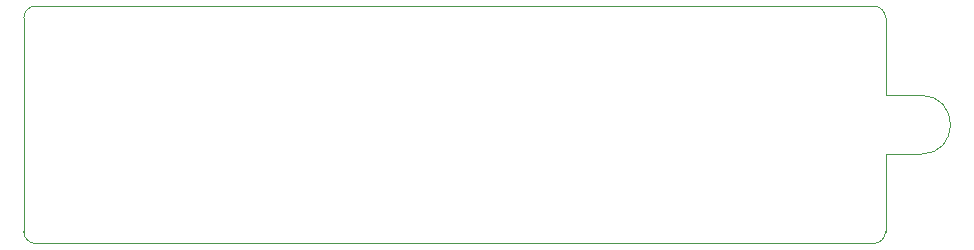
<source format=gbr>
%TF.GenerationSoftware,KiCad,Pcbnew,(6.0.8)*%
%TF.CreationDate,2023-01-02T13:08:22-05:00*%
%TF.ProjectId,WiFi-Devboard-Pro,57694669-2d44-4657-9662-6f6172642d50,rev?*%
%TF.SameCoordinates,Original*%
%TF.FileFunction,Profile,NP*%
%FSLAX46Y46*%
G04 Gerber Fmt 4.6, Leading zero omitted, Abs format (unit mm)*
G04 Created by KiCad (PCBNEW (6.0.8)) date 2023-01-02 13:08:22*
%MOMM*%
%LPD*%
G01*
G04 APERTURE LIST*
%TA.AperFunction,Profile*%
%ADD10C,0.100000*%
%TD*%
G04 APERTURE END LIST*
D10*
X111130000Y-108940000D02*
G75*
G03*
X112130000Y-109940000I1000000J0D01*
G01*
X184090000Y-108940000D02*
X184090000Y-102390000D01*
X184090000Y-97390000D02*
X184090000Y-90840000D01*
X128365000Y-89840000D02*
X112130000Y-89840000D01*
X183090000Y-109940000D02*
G75*
G03*
X184090000Y-108940000I0J1000000D01*
G01*
X183090000Y-89840000D02*
X155765000Y-89840000D01*
X128365000Y-109940000D02*
X155765000Y-109940000D01*
X112130000Y-89840000D02*
G75*
G03*
X111130000Y-90840000I0J-1000000D01*
G01*
X111130000Y-90840000D02*
X111130000Y-108940000D01*
X187090000Y-102390000D02*
G75*
G03*
X187090000Y-97390000I0J2500000D01*
G01*
X184090000Y-90840000D02*
G75*
G03*
X183090000Y-89840000I-1000000J0D01*
G01*
X184090000Y-102390000D02*
X187090000Y-102390000D01*
X128385000Y-89840000D02*
X155765000Y-89840000D01*
X155765000Y-109940000D02*
X183090000Y-109940000D01*
X187090000Y-97390000D02*
X184090000Y-97390000D01*
X112130000Y-109940000D02*
X128365000Y-109940000D01*
M02*

</source>
